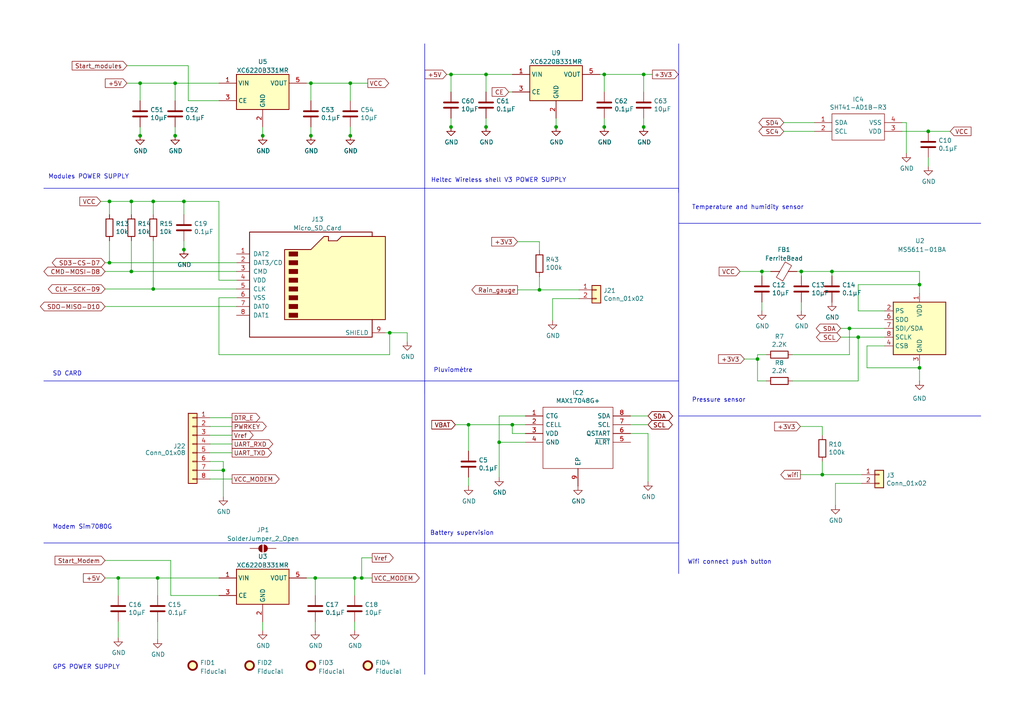
<source format=kicad_sch>
(kicad_sch (version 20231120) (generator "eeschema") (generator_version "8.0")
  (paper "A4")
  (title_block (title "Open_beehive_scale_board") (date "2023-01-13") (rev "V0.4") (company "Ratamuse"))
  (lib_symbols
    (symbol "Connector:Micro_SD_Card" (pin_names (offset 1.016))
      (property "Reference" "J" (at -16.51 15.24 0))
      (property "Value" "Micro_SD_Card" (at 16.51 15.24 0))
      (symbol "Micro_SD_Card_0_1"
        (rectangle (start -7.62 -9.525) (end -5.08 -10.795) (fill (type outline)))
        (rectangle (start -7.62 -6.985) (end -5.08 -8.255) (fill (type outline)))
        (rectangle (start -7.62 -4.445) (end -5.08 -5.715) (fill (type outline)))
        (rectangle (start -7.62 -1.905) (end -5.08 -3.175) (fill (type outline)))
        (rectangle (start -7.62 0.635) (end -5.08 -0.635) (fill (type outline)))
        (rectangle (start -7.62 3.175) (end -5.08 1.905) (fill (type outline)))
        (rectangle (start -7.62 5.715) (end -5.08 4.445) (fill (type outline)))
        (rectangle (start -7.62 8.255) (end -5.08 6.985) (fill (type outline)))
        (polyline (pts (xy 16.51 12.7) (xy 16.51 13.97) (xy -19.05 13.97) (xy -19.05 -16.51) (xy 16.51 -16.51) (xy 16.51 -11.43)) (stroke (width 0.254)))
        (polyline (pts (xy -8.89 -11.43) (xy -8.89 8.89) (xy -1.27 8.89) (xy 2.54 12.7) (xy 3.81 12.7) (xy 3.81 11.43) (xy 6.35 11.43) (xy 7.62 12.7) (xy 20.32 12.7) (xy 20.32 -11.43) (xy -8.89 -11.43)) (stroke (width 0.254)) (fill (type background)))
      )
      (symbol "Micro_SD_Card_1_1"
        (pin bidirectional line (at -22.86 7.62 0) (length 3.81) (name "DAT2") (number "1"))
        (pin bidirectional line (at -22.86 5.08 0) (length 3.81) (name "DAT3/CD") (number "2"))
        (pin input line (at -22.86 2.54 0) (length 3.81) (name "CMD") (number "3"))
        (pin power_in line (at -22.86 0 0) (length 3.81) (name "VDD") (number "4"))
        (pin input line (at -22.86 -2.54 0) (length 3.81) (name "CLK") (number "5"))
        (pin power_in line (at -22.86 -5.08 0) (length 3.81) (name "VSS") (number "6"))
        (pin bidirectional line (at -22.86 -7.62 0) (length 3.81) (name "DAT0") (number "7"))
        (pin bidirectional line (at -22.86 -10.16 0) (length 3.81) (name "DAT1") (number "8"))
        (pin passive line (at 20.32 -15.24 180) (length 3.81) (name "SHIELD") (number "9"))
      )
    )
    (symbol "Connector_Generic:Conn_01x02" (pin_names (offset 1.016) hide)
      (property "Reference" "J" (at 0 2.54 0))
      (property "Value" "Conn_01x02" (at 0 -5.08 0))
      (symbol "Conn_01x02_1_1"
        (rectangle (start -1.27 -2.413) (end 0 -2.667) (stroke (width 0.1524)))
        (rectangle (start -1.27 0.127) (end 0 -0.127) (stroke (width 0.1524)))
        (rectangle (start -1.27 1.27) (end 1.27 -3.81) (stroke (width 0.254)) (fill (type background)))
        (pin passive line (at -5.08 0 0) (length 3.81) (name "Pin_1") (number "1"))
        (pin passive line (at -5.08 -2.54 0) (length 3.81) (name "Pin_2") (number "2"))
      )
    )
    (symbol "Connector_Generic:Conn_01x08" (pin_names (offset 1.016) hide)
      (property "Reference" "J" (at 0 10.16 0))
      (property "Value" "Conn_01x08" (at 0 -12.7 0))
      (symbol "Conn_01x08_1_1"
        (rectangle (start -1.27 -10.033) (end 0 -10.287) (stroke (width 0.1524)))
        (rectangle (start -1.27 -7.493) (end 0 -7.747) (stroke (width 0.1524)))
        (rectangle (start -1.27 -4.953) (end 0 -5.207) (stroke (width 0.1524)))
        (rectangle (start -1.27 -2.413) (end 0 -2.667) (stroke (width 0.1524)))
        (rectangle (start -1.27 0.127) (end 0 -0.127) (stroke (width 0.1524)))
        (rectangle (start -1.27 2.667) (end 0 2.413) (stroke (width 0.1524)))
        (rectangle (start -1.27 5.207) (end 0 4.953) (stroke (width 0.1524)))
        (rectangle (start -1.27 7.747) (end 0 7.493) (stroke (width 0.1524)))
        (rectangle (start -1.27 8.89) (end 1.27 -11.43) (stroke (width 0.254)) (fill (type background)))
        (pin passive line (at -5.08 7.62 0) (length 3.81) (name "Pin_1") (number "1"))
        (pin passive line (at -5.08 5.08 0) (length 3.81) (name "Pin_2") (number "2"))
        (pin passive line (at -5.08 2.54 0) (length 3.81) (name "Pin_3") (number "3"))
        (pin passive line (at -5.08 0 0) (length 3.81) (name "Pin_4") (number "4"))
        (pin passive line (at -5.08 -2.54 0) (length 3.81) (name "Pin_5") (number "5"))
        (pin passive line (at -5.08 -5.08 0) (length 3.81) (name "Pin_6") (number "6"))
        (pin passive line (at -5.08 -7.62 0) (length 3.81) (name "Pin_7") (number "7"))
        (pin passive line (at -5.08 -10.16 0) (length 3.81) (name "Pin_8") (number "8"))
      )
    )
    (symbol "Device:C" (pin_numbers hide) (pin_names (offset 0.254))
      (property "Reference" "C" (at 0.635 2.54 0))
      (property "Value" "C" (at 0.635 -2.54 0))
      (symbol "C_0_1"
        (polyline (pts (xy -2.032 -0.762) (xy 2.032 -0.762)) (stroke (width 0.508)))
        (polyline (pts (xy -2.032 0.762) (xy 2.032 0.762)) (stroke (width 0.508)))
      )
      (symbol "C_1_1"
        (pin passive line (at 0 3.81 270) (length 2.794) (name "~") (number "1"))
        (pin passive line (at 0 -3.81 90) (length 2.794) (name "~") (number "2"))
      )
    )
    (symbol "Device:FerriteBead" (pin_numbers hide) (pin_names (offset 0))
      (property "Reference" "FB" (at -3.81 0.635 90))
      (property "Value" "FerriteBead" (at 3.81 0 90))
      (symbol "FerriteBead_0_1"
        (polyline (pts (xy 0 -1.27) (xy 0 -1.2192)))
        (polyline (pts (xy 0 1.27) (xy 0 1.2954)))
        (polyline (pts (xy -2.7686 0.4064) (xy -1.7018 2.2606) (xy 2.7686 -0.3048) (xy 1.6764 -2.159) (xy -2.7686 0.4064)))
      )
      (symbol "FerriteBead_1_1"
        (pin passive line (at 0 3.81 270) (length 2.54) (name "~") (number "1"))
        (pin passive line (at 0 -3.81 90) (length 2.54) (name "~") (number "2"))
      )
    )
    (symbol "Device:R" (pin_numbers hide) (pin_names (offset 0))
      (property "Reference" "R" (at 2.032 0 90))
      (property "Value" "R" (at 0 0 90))
      (symbol "R_0_1"
        (rectangle (start -1.016 -2.54) (end 1.016 2.54) (stroke (width 0.254)))
      )
      (symbol "R_1_1"
        (pin passive line (at 0 3.81 270) (length 1.27) (name "~") (number "1"))
        (pin passive line (at 0 -3.81 90) (length 1.27) (name "~") (number "2"))
      )
    )
    (symbol "Jumper:SolderJumper_2_Open" (pin_numbers hide) (pin_names (offset 0) hide) (exclude_from_sim yes) (in_bom no)
      (property "Reference" "JP" (at 0 2.032 0))
      (property "Value" "SolderJumper_2_Open" (at 0 -2.54 0))
      (symbol "SolderJumper_2_Open_0_1"
        (arc (start -0.254 1.016) (mid -1.2656 0) (end -0.254 -1.016))
        (arc (start -0.254 1.016) (mid -1.2656 0) (end -0.254 -1.016) (fill (type outline)))
        (polyline (pts (xy -0.254 1.016) (xy -0.254 -1.016)))
        (polyline (pts (xy 0.254 1.016) (xy 0.254 -1.016)))
        (arc (start 0.254 -1.016) (mid 1.2656 0) (end 0.254 1.016))
        (arc (start 0.254 -1.016) (mid 1.2656 0) (end 0.254 1.016) (fill (type outline)))
      )
      (symbol "SolderJumper_2_Open_1_1"
        (pin passive line (at -3.81 0 0) (length 2.54) (name "A") (number "1"))
        (pin passive line (at 3.81 0 180) (length 2.54) (name "B") (number "2"))
      )
    )
    (symbol "MAX17048G+:MAX17048G+" (pin_names (offset 0.762))
      (property "Reference" "IC" (at 26.67 7.62 0))
      (property "Value" "MAX17048G+" (at 26.67 5.08 0))
      (symbol "MAX17048G+_0_0"
        (pin passive line (at 0 0 0) (length 5.08) (name "CTG") (number "1"))
        (pin passive line (at 0 -2.54 0) (length 5.08) (name "CELL") (number "2"))
        (pin passive line (at 0 -5.08 0) (length 5.08) (name "VDD") (number "3"))
        (pin passive line (at 0 -7.62 0) (length 5.08) (name "GND") (number "4"))
        (pin passive line (at 30.48 -7.62 180) (length 5.08) (name "~{ALRT}") (number "5"))
        (pin passive line (at 30.48 -5.08 180) (length 5.08) (name "QSTART") (number "6"))
        (pin passive line (at 30.48 -2.54 180) (length 5.08) (name "SCL") (number "7"))
        (pin passive line (at 30.48 0 180) (length 5.08) (name "SDA") (number "8"))
        (pin passive line (at 15.24 -20.32 90) (length 5.08) (name "EP") (number "9"))
      )
      (symbol "MAX17048G+_0_1"
        (polyline (pts (xy 5.08 2.54) (xy 25.4 2.54) (xy 25.4 -15.24) (xy 5.08 -15.24) (xy 5.08 2.54)) (stroke (width 0.1524)))
      )
    )
    (symbol "Mechanical:Fiducial"
      (property "Reference" "FID" (at 0 5.08 0))
      (property "Value" "Fiducial" (at 0 3.175 0))
      (symbol "Fiducial_0_1"
        (circle (center 0 0) (radius 1.27) (stroke (width 0.508)) (fill (type background)))
      )
    )
    (symbol "Regulator_Linear:XC6220B331MR"
      (property "Reference" "U" (at 0 8.89 0))
      (property "Value" "XC6220B331MR" (at 0 6.35 0))
      (symbol "XC6220B331MR_0_1"
        (rectangle (start -7.62 5.08) (end 7.62 -5.08) (stroke (width 0.254)) (fill (type background)))
      )
      (symbol "XC6220B331MR_1_1"
        (pin power_in line (at -12.7 2.54 0) (length 5.08) (name "VIN") (number "1"))
        (pin power_in line (at 0 -10.16 90) (length 5.08) (name "GND") (number "2"))
        (pin input line (at -12.7 -2.54 0) (length 5.08) (name "CE") (number "3"))
        (pin no_connect line (at 12.7 -2.54 180) (length 5.08) hide (name "NC") (number "4"))
        (pin power_out line (at 12.7 2.54 180) (length 5.08) (name "VOUT") (number "5"))
      )
    )
    (symbol "SHT41-AD1B-R3:SHT41-AD1B-R3" (pin_names (offset 0.762))
      (property "Reference" "IC" (at 21.59 7.62 0))
      (property "Value" "SHT41-AD1B-R3" (at 21.59 5.08 0))
      (symbol "SHT41-AD1B-R3_0_0"
        (pin passive line (at 0 0 0) (length 5.08) (name "SDA") (number "1"))
        (pin passive line (at 0 -2.54 0) (length 5.08) (name "SCL") (number "2"))
        (pin passive line (at 25.4 -2.54 180) (length 5.08) (name "VDD") (number "3"))
        (pin passive line (at 25.4 0 180) (length 5.08) (name "VSS") (number "4"))
      )
      (symbol "SHT41-AD1B-R3_0_1"
        (polyline (pts (xy 5.08 2.54) (xy 20.32 2.54) (xy 20.32 -5.08) (xy 5.08 -5.08) (xy 5.08 2.54)) (stroke (width 0.1524)))
      )
    )
    (symbol "Sensor_Pressure:MS5611-01BA"
      (property "Reference" "U" (at -6.35 8.89 0))
      (property "Value" "MS5611-01BA" (at 7.62 8.89 0))
      (symbol "MS5611-01BA_0_1"
        (rectangle (start -7.62 7.62) (end 7.62 -7.62) (stroke (width 0.254)) (fill (type background)))
      )
      (symbol "MS5611-01BA_1_1"
        (pin power_in line (at 0 10.16 270) (length 2.54) (name "VDD") (number "1"))
        (pin input line (at -10.16 5.08 0) (length 2.54) (name "PS") (number "2"))
        (pin power_in line (at 0 -10.16 90) (length 2.54) (name "GND") (number "3"))
        (pin input line (at -10.16 -5.08 0) (length 2.54) (name "CSB") (number "4"))
        (pin input line (at -10.16 -5.08 0) (length 2.54) hide (name "CSB") (number "5"))
        (pin output line (at -10.16 2.54 0) (length 2.54) (name "SDO") (number "6"))
        (pin bidirectional line (at -10.16 0 0) (length 2.54) (name "SDI/SDA") (number "7"))
        (pin input line (at -10.16 -2.54 0) (length 2.54) (name "SCLK") (number "8"))
      )
    )
    (symbol "power:GND" (power) (pin_names (offset 0))
      (property "Value" "GND" (at 0 -3.81 0))
      (symbol "GND_0_1"
        (polyline (pts (xy 0 0) (xy 0 -1.27) (xy 1.27 -1.27) (xy 0 -2.54) (xy -1.27 -1.27) (xy 0 -1.27)))
      )
      (symbol "GND_1_1"
        (pin power_in line (at 0 0 270) (length 0) hide (name "GND") (number "1"))
      )
    )
  )
  (junction (at 269.24 38.1))
  (junction (at 219.71 104.14))
  (junction (at 144.78 128.27))
  (junction (at 140.97 36.83))
  (junction (at 130.81 36.83))
  (junction (at 238.506 137.668))
  (junction (at 175.26 36.83))
  (junction (at 186.69 21.59))
  (junction (at 31.75 58.42))
  (junction (at 161.29 36.83))
  (junction (at 104.902 167.64))
  (junction (at 76.2 39.37))
  (junction (at 101.6 24.13))
  (junction (at 38.1 78.74))
  (junction (at 40.64 39.37))
  (junction (at 135.89 123.19))
  (junction (at 186.69 36.83))
  (junction (at 38.1 58.42))
  (junction (at 148.59 123.19))
  (junction (at 91.44 167.64))
  (junction (at 50.8 24.13))
  (junction (at 34.29 167.64))
  (junction (at 44.45 58.42))
  (junction (at 130.81 21.59))
  (junction (at 102.87 167.64))
  (junction (at 31.75 76.2))
  (junction (at 232.41 78.74))
  (junction (at 64.77 136.398))
  (junction (at 140.97 21.59))
  (junction (at 248.92 97.79))
  (junction (at 90.17 39.37))
  (junction (at 45.72 167.64))
  (junction (at 53.34 72.39))
  (junction (at 156.464 84.074))
  (junction (at 246.38 95.25))
  (junction (at 50.8 39.37))
  (junction (at 220.98 78.74))
  (junction (at 241.3 78.74))
  (junction (at 53.34 58.42))
  (junction (at 90.17 24.13))
  (junction (at 101.6 39.37))
  (junction (at 266.7 106.68))
  (junction (at 175.26 21.59))
  (junction (at 44.45 83.82))
  (junction (at 40.64 24.13))
  (junction (at 266.7 82.55))
  (junction (at 113.03 96.52))
  (wire (pts (xy 156.464 84.074) (xy 156.464 80.264)))
  (wire (pts (xy 135.89 138.43) (xy 135.89 140.97)))
  (wire (pts (xy 219.71 104.14) (xy 215.9 104.14)))
  (wire (pts (xy 219.71 102.87) (xy 222.25 102.87)))
  (wire (pts (xy 269.24 45.72) (xy 269.24 48.26)))
  (wire (pts (xy 63.5 58.42) (xy 63.5 81.28)))
  (wire (pts (xy 40.64 24.13) (xy 50.8 24.13)))
  (wire (pts (xy 229.87 102.87) (xy 246.38 102.87)))
  (wire (pts (xy 113.03 96.52) (xy 118.11 96.52)))
  (wire (pts (xy 45.72 172.72) (xy 45.72 167.64)))
  (wire (pts (xy 60.96 126.238) (xy 67.31 126.238)))
  (wire (pts (xy 101.6 24.13) (xy 106.68 24.13)))
  (wire (pts (xy 261.62 35.56) (xy 262.89 35.56)))
  (wire (pts (xy 38.1 58.42) (xy 38.1 62.23)))
  (wire (pts (xy 161.29 34.29) (xy 161.29 36.83)))
  (wire (pts (xy 31.75 58.42) (xy 38.1 58.42)))
  (wire (pts (xy 156.464 72.644) (xy 156.464 70.104)))
  (wire (pts (xy 31.75 69.85) (xy 31.75 76.2)))
  (wire (pts (xy 102.87 167.64) (xy 104.902 167.64)))
  (wire (pts (xy 227.33 38.1) (xy 236.22 38.1)))
  (wire (pts (xy 130.81 21.59) (xy 140.97 21.59)))
  (wire (pts (xy 219.71 104.14) (xy 219.71 102.87)))
  (wire (pts (xy 232.41 87.63) (xy 232.41 90.17)))
  (wire (pts (xy 54.61 29.21) (xy 54.61 19.05)))
  (wire (pts (xy 248.92 97.79) (xy 256.54 97.79)))
  (wire (pts (xy 167.894 84.074) (xy 156.464 84.074)))
  (polyline (pts (xy 123.19 110.49) (xy 123.19 114.3)))
  (polyline (pts (xy 196.85 12.7) (xy 196.85 64.77)))
  (wire (pts (xy 175.26 21.59) (xy 186.69 21.59)))
  (wire (pts (xy 129.54 21.59) (xy 130.81 21.59)))
  (wire (pts (xy 251.46 100.33) (xy 251.46 106.68)))
  (wire (pts (xy 44.45 69.85) (xy 44.45 83.82)))
  (wire (pts (xy 30.48 83.82) (xy 44.45 83.82)))
  (wire (pts (xy 44.45 58.42) (xy 44.45 62.23)))
  (wire (pts (xy 91.44 180.34) (xy 91.44 182.88)))
  (wire (pts (xy 175.26 26.67) (xy 175.26 21.59)))
  (wire (pts (xy 214.63 78.74) (xy 220.98 78.74)))
  (wire (pts (xy 60.96 133.858) (xy 64.77 133.858)))
  (wire (pts (xy 269.24 38.1) (xy 261.62 38.1)))
  (wire (pts (xy 63.5 102.87) (xy 113.03 102.87)))
  (wire (pts (xy 101.6 29.21) (xy 101.6 24.13)))
  (wire (pts (xy 36.83 19.05) (xy 54.61 19.05)))
  (wire (pts (xy 50.8 29.21) (xy 50.8 24.13)))
  (wire (pts (xy 118.11 96.52) (xy 118.11 99.06)))
  (wire (pts (xy 60.96 136.398) (xy 64.77 136.398)))
  (wire (pts (xy 135.89 123.19) (xy 135.89 130.81)))
  (wire (pts (xy 220.98 78.74) (xy 223.52 78.74)))
  (wire (pts (xy 148.59 125.73) (xy 152.4 125.73)))
  (polyline (pts (xy 123.19 54.61) (xy 196.85 54.61)))
  (wire (pts (xy 54.61 29.21) (xy 63.5 29.21)))
  (wire (pts (xy 182.88 123.19) (xy 187.96 123.19)))
  (wire (pts (xy 29.21 58.42) (xy 31.75 58.42)))
  (wire (pts (xy 140.97 26.67) (xy 140.97 21.59)))
  (wire (pts (xy 266.7 82.55) (xy 266.7 78.74)))
  (wire (pts (xy 148.59 123.19) (xy 152.4 123.19)))
  (wire (pts (xy 38.1 78.74) (xy 68.58 78.74)))
  (wire (pts (xy 44.45 58.42) (xy 53.34 58.42)))
  (wire (pts (xy 243.84 97.79) (xy 248.92 97.79)))
  (wire (pts (xy 186.69 34.29) (xy 186.69 36.83)))
  (wire (pts (xy 30.48 88.9) (xy 68.58 88.9)))
  (wire (pts (xy 220.98 80.01) (xy 220.98 78.74)))
  (wire (pts (xy 68.58 86.36) (xy 63.5 86.36)))
  (wire (pts (xy 186.69 21.59) (xy 189.23 21.59)))
  (wire (pts (xy 60.96 138.938) (xy 67.31 138.938)))
  (wire (pts (xy 38.1 58.42) (xy 44.45 58.42)))
  (wire (pts (xy 256.54 100.33) (xy 251.46 100.33)))
  (wire (pts (xy 248.92 90.17) (xy 256.54 90.17)))
  (wire (pts (xy 45.72 180.34) (xy 45.72 185.42)))
  (wire (pts (xy 91.44 172.72) (xy 91.44 167.64)))
  (polyline (pts (xy 12.7 157.48) (xy 123.19 157.48)))
  (wire (pts (xy 64.77 136.398) (xy 64.77 144.018)))
  (wire (pts (xy 238.506 137.668) (xy 232.156 137.668)))
  (wire (pts (xy 60.96 121.158) (xy 67.31 121.158)))
  (wire (pts (xy 30.48 78.74) (xy 38.1 78.74)))
  (polyline (pts (xy 196.85 54.61) (xy 196.85 55.88)))
  (wire (pts (xy 266.7 105.41) (xy 266.7 106.68)))
  (wire (pts (xy 144.78 128.27) (xy 144.78 138.43)))
  (wire (pts (xy 248.92 110.49) (xy 248.92 97.79)))
  (wire (pts (xy 269.24 38.1) (xy 275.59 38.1)))
  (wire (pts (xy 76.2 36.83) (xy 76.2 39.37)))
  (wire (pts (xy 91.44 167.64) (xy 102.87 167.64)))
  (wire (pts (xy 242.316 140.208) (xy 242.316 146.558)))
  (wire (pts (xy 34.29 172.72) (xy 34.29 167.64)))
  (wire (pts (xy 167.894 86.614) (xy 160.274 86.614)))
  (wire (pts (xy 140.97 34.29) (xy 140.97 36.83)))
  (wire (pts (xy 45.72 167.64) (xy 63.5 167.64)))
  (wire (pts (xy 31.75 76.2) (xy 68.58 76.2)))
  (wire (pts (xy 246.38 95.25) (xy 256.54 95.25)))
  (wire (pts (xy 111.76 96.52) (xy 113.03 96.52)))
  (wire (pts (xy 135.89 123.19) (xy 148.59 123.19)))
  (wire (pts (xy 175.26 34.29) (xy 175.26 36.83)))
  (wire (pts (xy 238.506 123.698) (xy 232.156 123.698)))
  (wire (pts (xy 249.936 140.208) (xy 242.316 140.208)))
  (wire (pts (xy 182.88 125.73) (xy 187.96 125.73)))
  (wire (pts (xy 243.84 95.25) (xy 246.38 95.25)))
  (wire (pts (xy 173.99 21.59) (xy 175.26 21.59)))
  (polyline (pts (xy 12.7 110.49) (xy 123.19 110.49)))
  (wire (pts (xy 248.92 82.55) (xy 248.92 90.17)))
  (wire (pts (xy 241.3 78.74) (xy 266.7 78.74)))
  (polyline (pts (xy 196.85 64.77) (xy 196.85 120.65)))
  (wire (pts (xy 222.25 110.49) (xy 219.71 110.49)))
  (wire (pts (xy 44.45 83.82) (xy 68.58 83.82)))
  (polyline (pts (xy 196.85 64.77) (xy 284.48 64.77)))
  (wire (pts (xy 148.59 123.19) (xy 148.59 125.73)))
  (wire (pts (xy 241.3 78.74) (xy 241.3 80.01)))
  (wire (pts (xy 152.4 120.65) (xy 144.78 120.65)))
  (wire (pts (xy 88.9 167.64) (xy 91.44 167.64)))
  (wire (pts (xy 227.33 35.56) (xy 236.22 35.56)))
  (wire (pts (xy 50.8 36.83) (xy 50.8 39.37)))
  (wire (pts (xy 104.902 161.798) (xy 107.95 161.798)))
  (wire (pts (xy 251.46 106.68) (xy 266.7 106.68)))
  (polyline (pts (xy 123.19 110.49) (xy 196.85 110.49)))
  (wire (pts (xy 266.7 82.55) (xy 248.92 82.55)))
  (wire (pts (xy 34.29 180.34) (xy 34.29 184.912)))
  (polyline (pts (xy 12.7 54.61) (xy 123.19 54.61)))
  (wire (pts (xy 220.98 87.63) (xy 220.98 90.17)))
  (wire (pts (xy 160.274 86.614) (xy 160.274 92.964)))
  (wire (pts (xy 130.81 26.67) (xy 130.81 21.59)))
  (wire (pts (xy 36.83 24.13) (xy 40.64 24.13)))
  (wire (pts (xy 187.96 125.73) (xy 187.96 139.7)))
  (wire (pts (xy 238.506 126.238) (xy 238.506 123.698)))
  (wire (pts (xy 53.34 69.85) (xy 53.34 72.39)))
  (wire (pts (xy 229.87 110.49) (xy 248.92 110.49)))
  (wire (pts (xy 238.506 137.668) (xy 238.506 133.858)))
  (wire (pts (xy 219.71 110.49) (xy 219.71 104.14)))
  (wire (pts (xy 232.41 78.74) (xy 241.3 78.74)))
  (wire (pts (xy 249.936 137.668) (xy 238.506 137.668)))
  (wire (pts (xy 90.17 29.21) (xy 90.17 24.13)))
  (wire (pts (xy 76.2 180.34) (xy 76.2 182.88)))
  (wire (pts (xy 30.48 162.56) (xy 49.53 162.56)))
  (wire (pts (xy 30.48 76.2) (xy 31.75 76.2)))
  (wire (pts (xy 34.29 167.64) (xy 45.72 167.64)))
  (wire (pts (xy 152.4 128.27) (xy 144.78 128.27)))
  (wire (pts (xy 63.5 81.28) (xy 68.58 81.28)))
  (wire (pts (xy 101.6 36.83) (xy 101.6 39.37)))
  (wire (pts (xy 147.574 26.67) (xy 148.59 26.67)))
  (polyline (pts (xy 196.85 120.65) (xy 284.48 120.65)))
  (wire (pts (xy 262.89 35.56) (xy 262.89 44.45)))
  (polyline (pts (xy 123.19 157.48) (xy 196.85 157.48)))
  (wire (pts (xy 266.7 106.68) (xy 266.7 110.49)))
  (wire (pts (xy 156.464 84.074) (xy 150.114 84.074)))
  (wire (pts (xy 246.38 102.87) (xy 246.38 95.25)))
  (polyline (pts (xy 196.85 120.65) (xy 196.85 166.37)))
  (wire (pts (xy 186.69 26.67) (xy 186.69 21.59)))
  (wire (pts (xy 90.17 36.83) (xy 90.17 39.37)))
  (wire (pts (xy 130.81 34.29) (xy 130.81 36.83)))
  (wire (pts (xy 60.96 128.778) (xy 67.31 128.778)))
  (wire (pts (xy 90.17 24.13) (xy 101.6 24.13)))
  (wire (pts (xy 232.41 78.74) (xy 232.41 80.01)))
  (wire (pts (xy 50.8 24.13) (xy 63.5 24.13)))
  (wire (pts (xy 266.7 85.09) (xy 266.7 82.55)))
  (wire (pts (xy 40.64 29.21) (xy 40.64 24.13)))
  (wire (pts (xy 63.5 86.36) (xy 63.5 102.87)))
  (wire (pts (xy 132.08 123.19) (xy 135.89 123.19)))
  (wire (pts (xy 60.96 131.318) (xy 67.31 131.318)))
  (wire (pts (xy 38.1 69.85) (xy 38.1 78.74)))
  (wire (pts (xy 144.78 120.65) (xy 144.78 128.27)))
  (wire (pts (xy 104.902 167.64) (xy 107.95 167.64)))
  (wire (pts (xy 53.34 58.42) (xy 63.5 58.42)))
  (wire (pts (xy 231.14 78.74) (xy 232.41 78.74)))
  (wire (pts (xy 156.464 70.104) (xy 150.114 70.104)))
  (wire (pts (xy 113.03 102.87) (xy 113.03 96.52)))
  (wire (pts (xy 31.75 58.42) (xy 31.75 62.23)))
  (wire (pts (xy 88.9 24.13) (xy 90.17 24.13)))
  (wire (pts (xy 53.34 58.42) (xy 53.34 62.23)))
  (wire (pts (xy 102.87 180.34) (xy 102.87 182.88)))
  (wire (pts (xy 49.53 172.72) (xy 63.5 172.72)))
  (wire (pts (xy 60.96 123.698) (xy 67.31 123.698)))
  (wire (pts (xy 182.88 120.65) (xy 187.96 120.65)))
  (wire (pts (xy 30.48 167.64) (xy 34.29 167.64)))
  (polyline (pts (xy 123.19 12.7) (xy 123.19 195.58)))
  (wire (pts (xy 104.902 161.798) (xy 104.902 167.64)))
  (wire (pts (xy 102.87 172.72) (xy 102.87 167.64)))
  (wire (pts (xy 40.64 36.83) (xy 40.64 39.37)))
  (wire (pts (xy 140.97 21.59) (xy 148.59 21.59)))
  (wire (pts (xy 64.77 133.858) (xy 64.77 136.398)))
  (wire (pts (xy 49.53 172.72) (xy 49.53 162.56)))
  (text "SD CARD" (at 15.24 109.22 0) (effects (font (size 1.27 1.27)) (justify left bottom)))
  (text "Pluviomètre" (at 125.73 108.204 0) (effects (font (size 1.27 1.27)) (justify left bottom)))
  (text "Modem Sim7080G" (at 15.24 153.67 0) (effects (font (size 1.27 1.27)) (justify left bottom)))
  (text "Battery supervision\n" (at 124.714 155.448 0) (effects (font (size 1.27 1.27)) (justify left bottom)))
  (text "Heltec Wireless shell V3 POWER SUPPLY" (at 124.968 53.086 0) (effects (font (size 1.27 1.27)) (justify left bottom)))
  (text "Wifi connect push button" (at 199.39 163.83 0) (effects (font (size 1.27 1.27)) (justify left bottom)))
  (text "Temperature and humidity sensor\n" (at 200.66 60.96 0) (effects (font (size 1.27 1.27)) (justify left bottom)))
  (text "Pressure sensor" (at 200.66 116.84 0) (effects (font (size 1.27 1.27)) (justify left bottom)))
  (text "Modules POWER SUPPLY" (at 13.97 52.07 0) (effects (font (size 1.27 1.27)) (justify left bottom)))
  (text "GPS POWER SUPPLY" (at 15.24 194.31 0) (effects (font (size 1.27 1.27)) (justify left bottom)))
  (global_label "VCC" (shape input) (at 29.21 58.42 180) (property "Intersheetrefs" "${INTERSHEET_REFS}" (effects (hide yes))))
  (global_label "+3V3" (shape input) (at 150.114 70.104 180) (property "Intersheetrefs" "${INTERSHEET_REFS}" (effects (hide yes))))
  (global_label "Rain_gauge" (shape output) (at 150.114 84.074 180) (property "Intersheetrefs" "${INTERSHEET_REFS}" (effects (hide yes))))
  (global_label "SDA" (shape bidirectional) (at 187.96 120.65 0) (property "Intersheetrefs" "${INTERSHEET_REFS}" (effects (hide yes))))
  (global_label "DTR_E" (shape output) (at 67.31 121.158 0) (property "Intersheetrefs" "${INTERSHEET_REFS}" (effects (hide yes))))
  (global_label "Start_Modem" (shape input) (at 30.48 162.56 180) (property "Intersheetrefs" "${INTERSHEET_REFS}" (effects (hide yes))))
  (global_label "VCC_MODEM" (shape output) (at 67.31 138.938 0) (property "Intersheetrefs" "${INTERSHEET_REFS}" (effects (hide yes))))
  (global_label "SCL" (shape bidirectional) (at 187.96 123.19 0) (property "Intersheetrefs" "${INTERSHEET_REFS}" (effects (hide yes))))
  (global_label "VCC" (shape input) (at 214.63 78.74 180) (property "Intersheetrefs" "${INTERSHEET_REFS}" (effects (hide yes))))
  (global_label "+3V3" (shape input) (at 232.156 123.698 180) (property "Intersheetrefs" "${INTERSHEET_REFS}" (effects (hide yes))))
  (global_label "Vref" (shape output) (at 107.95 161.798 0) (property "Intersheetrefs" "${INTERSHEET_REFS}" (effects (hide yes))))
  (global_label "SDA" (shape bidirectional) (at 243.84 95.25 180) (property "Intersheetrefs" "${INTERSHEET_REFS}" (effects (hide yes))))
  (global_label "SD3-CS-D7" (shape bidirectional) (at 30.48 76.2 180) (property "Intersheetrefs" "${INTERSHEET_REFS}" (effects (hide yes))))
  (global_label "+3V3" (shape input) (at 215.9 104.14 180) (property "Intersheetrefs" "${INTERSHEET_REFS}" (effects (hide yes))))
  (global_label "SC4" (shape bidirectional) (at 227.33 38.1 180) (property "Intersheetrefs" "${INTERSHEET_REFS}" (effects (hide yes))))
  (global_label "CLK-SCK-D9" (shape bidirectional) (at 30.48 83.82 180) (property "Intersheetrefs" "${INTERSHEET_REFS}" (effects (hide yes))))
  (global_label "+5V" (shape input) (at 36.83 24.13 180) (property "Intersheetrefs" "${INTERSHEET_REFS}" (effects (hide yes))))
  (global_label "SCL" (shape bidirectional) (at 187.96 123.19 0) (property "Intersheetrefs" "${INTERSHEET_REFS}" (effects (hide yes))))
  (global_label "VCC_MODEM" (shape output) (at 107.95 167.64 0) (property "Intersheetrefs" "${INTERSHEET_REFS}" (effects (hide yes))))
  (global_label "Start_modules" (shape input) (at 36.83 19.05 180) (property "Intersheetrefs" "${INTERSHEET_REFS}" (effects (hide yes))))
  (global_label "SD4" (shape bidirectional) (at 227.33 35.56 180) (property "Intersheetrefs" "${INTERSHEET_REFS}" (effects (hide yes))))
  (global_label "+5V" (shape input) (at 30.48 167.64 180) (property "Intersheetrefs" "${INTERSHEET_REFS}" (effects (hide yes))))
  (global_label "CE" (shape input) (at 147.574 26.67 180) (property "Intersheetrefs" "${INTERSHEET_REFS}" (effects (hide yes))))
  (global_label "PWRKEY" (shape output) (at 67.31 123.698 0) (property "Intersheetrefs" "${INTERSHEET_REFS}" (effects (hide yes))))
  (global_label "UART_TXD" (shape output) (at 67.31 131.318 0) (property "Intersheetrefs" "${INTERSHEET_REFS}" (effects (hide yes))))
  (global_label "+3V3" (shape output) (at 189.23 21.59 0) (property "Intersheetrefs" "${INTERSHEET_REFS}" (effects (hide yes))))
  (global_label "VCC" (shape input) (at 275.59 38.1 0) (property "Intersheetrefs" "${INTERSHEET_REFS}" (effects (hide yes))))
  (global_label "Vref" (shape output) (at 67.31 126.238 0) (property "Intersheetrefs" "${INTERSHEET_REFS}" (effects (hide yes))))
  (global_label "SDA" (shape bidirectional) (at 187.96 120.65 0) (property "Intersheetrefs" "${INTERSHEET_REFS}" (effects (hide yes))))
  (global_label "UART_RXD" (shape output) (at 67.31 128.778 0) (property "Intersheetrefs" "${INTERSHEET_REFS}" (effects (hide yes))))
  (global_label "wifi" (shape output) (at 232.156 137.668 180) (property "Intersheetrefs" "${INTERSHEET_REFS}" (effects (hide yes))))
  (global_label "VBAT" (shape input) (at 132.08 123.19 180) (property "Intersheetrefs" "${INTERSHEET_REFS}" (effects (hide yes))))
  (global_label "+5V" (shape input) (at 129.54 21.59 180) (property "Intersheetrefs" "${INTERSHEET_REFS}" (effects (hide yes))))
  (global_label "CMD-MOSI-D8" (shape bidirectional) (at 30.48 78.74 180) (property "Intersheetrefs" "${INTERSHEET_REFS}" (effects (hide yes))))
  (global_label "SDO-MISO-D10" (shape bidirectional) (at 30.48 88.9 180) (property "Intersheetrefs" "${INTERSHEET_REFS}" (effects (hide yes))))
  (global_label "SCL" (shape bidirectional) (at 243.84 97.79 180) (property "Intersheetrefs" "${INTERSHEET_REFS}" (effects (hide yes))))
  (global_label "VCC" (shape output) (at 106.68 24.13 0) (property "Intersheetrefs" "${INTERSHEET_REFS}" (effects (hide yes))))
  (global_label "VBAT" (shape input) (at 132.08 123.19 180) (property "Intersheetrefs" "${INTERSHEET_REFS}" (effects (hide yes))))
  (symbol (lib_id "power:GND") (at 242.316 146.558 0) (unit 1)
    (property "Reference" "#PWR0126" (effects (hide yes)))
    (property "Value" "GND" (at 242.443 150.9522 0))
  )
  (symbol (lib_id "Device:R") (at 238.506 130.048 0) (unit 1)
    (property "Reference" "R10" (at 240.284 128.8796 0) (effects (justify left)))
    (property "Value" "100k" (at 240.284 131.191 0) (effects (justify left)))
    (property "Footprint" "Resistor_SMD:R_0603_1608Metric" (effects (hide yes)))
  )
  (symbol (lib_id "MAX17048G+:MAX17048G+") (at 152.4 120.65 0) (unit 1)
    (property "Reference" "IC2" (at 167.64 113.919 0))
    (property "Value" "MAX17048G+" (at 167.64 116.2304 0))
    (property "Footprint" "Empreintes:SON50P200X200X80-9N-D" (effects (hide yes)))
    (property "Datasheet" "https://datasheets.maximintegrated.com/en/ds/MAX17048-MAX17049.pdf" (effects (hide yes)))
    (property "Description" "3uA 1-Cell/2-Cell Fuel Gauge with ModelGauge, TDFN-8" (effects (hide yes)))
    (property "Height" "0.8" (effects (hide yes)))
    (property "Manufacturer_Name" "Maxim Integrated" (effects (hide yes)))
    (property "Manufacturer_Part_Number" "MAX17048G+" (effects (hide yes)))
    (property "Arrow Part Number" "MAX17048G+" (effects (hide yes)))
    (property "Mouser Part Number" "700-MAX17048G+" (effects (hide yes)))
    (property "Mouser Price/Stock" "https://www.mouser.co.uk/ProductDetail/Maxim-Integrated/MAX17048G%2b?qs=D7PJwyCwLArjnts0jPerYw%3D%3D" (effects (hide yes)))
  )
  (symbol (lib_id "power:GND") (at 167.64 140.97 0) (unit 1)
    (property "Reference" "#PWR0105" (effects (hide yes)))
    (property "Value" "GND" (at 167.767 145.3642 0))
  )
  (symbol (lib_id "power:GND") (at 187.96 139.7 0) (unit 1)
    (property "Reference" "#PWR0106" (effects (hide yes)))
    (property "Value" "GND" (at 188.087 144.0942 0))
  )
  (symbol (lib_id "Device:C") (at 135.89 134.62 0) (unit 1)
    (property "Reference" "C5" (at 138.811 133.4516 0) (effects (justify left)))
    (property "Value" "0.1µF" (at 138.811 135.763 0) (effects (justify left)))
    (property "Footprint" "Capacitor_SMD:C_0603_1608Metric" (effects (hide yes)))
  )
  (symbol (lib_id "power:GND") (at 135.89 140.97 0) (unit 1)
    (property "Reference" "#PWR0107" (effects (hide yes)))
    (property "Value" "GND" (at 136.017 145.3642 0))
  )
  (symbol (lib_id "power:GND") (at 144.78 138.43 0) (unit 1)
    (property "Reference" "#PWR0108" (effects (hide yes)))
    (property "Value" "GND" (at 144.907 142.8242 0))
  )
  (symbol (lib_id "SHT41-AD1B-R3:SHT41-AD1B-R3") (at 236.22 35.56 0) (unit 1)
    (property "Reference" "IC4" (at 248.92 28.829 0))
    (property "Value" "SHT41-AD1B-R3" (at 248.92 31.1404 0))
    (property "Footprint" "Empreintes:SHT41AD1BR3" (effects (hide yes)))
    (property "Datasheet" "https://www.mouser.fr/datasheet/2/682/Sensirion_Humidity_Sensors_SHT4x_Datasheet-2001050.pdf" (effects (hide yes)))
    (property "Description" "Board Mount Humidity Sensors Intermediate Humidity and Temperature Sensor - Bulk" (effects (hide yes)))
    (property "Height" "0.59" (effects (hide yes)))
    (property "Manufacturer_Name" "Sensirion" (effects (hide yes)))
    (property "Manufacturer_Part_Number" "SHT41-AD1B-R3" (effects (hide yes)))
    (property "Mouser Part Number" "403-SHT41-AD1B-R3" (effects (hide yes)))
    (property "Mouser Price/Stock" "https://www.mouser.co.uk/ProductDetail/Sensirion/SHT41-AD1B-R3?qs=XAiT9M5g4x9TCtE5W6N3dA%3D%3D" (effects (hide yes)))
  )
  (symbol (lib_id "power:GND") (at 262.89 44.45 0) (unit 1)
    (property "Reference" "#PWR0114" (effects (hide yes)))
    (property "Value" "GND" (at 263.017 48.8442 0))
  )
  (symbol (lib_id "Device:C") (at 269.24 41.91 0) (unit 1)
    (property "Reference" "C10" (at 272.161 40.7416 0) (effects (justify left)))
    (property "Value" "0.1µF" (at 272.161 43.053 0) (effects (justify left)))
    (property "Footprint" "Capacitor_SMD:C_0603_1608Metric" (effects (hide yes)))
  )
  (symbol (lib_id "power:GND") (at 269.24 48.26 0) (unit 1)
    (property "Reference" "#PWR0115" (effects (hide yes)))
    (property "Value" "GND" (at 269.367 52.6542 0))
  )
  (symbol (lib_id "Device:R") (at 226.06 102.87 270) (unit 1)
    (property "Reference" "R7" (at 226.06 97.6122 90))
    (property "Value" "2.2K" (at 226.06 99.9236 90))
    (property "Footprint" "Resistor_SMD:R_0603_1608Metric" (effects (hide yes)))
  )
  (symbol (lib_id "power:GND") (at 101.6 39.37 0) (unit 1)
    (property "Reference" "#PWR0192" (effects (hide yes)))
    (property "Value" "GND" (at 101.727 43.7642 0))
  )
  (symbol (lib_id "Device:C") (at 220.98 83.82 0) (unit 1)
    (property "Reference" "C12" (at 223.901 82.6516 0) (effects (justify left)))
    (property "Value" "10µF" (at 223.901 84.963 0) (effects (justify left)))
    (property "Footprint" "Capacitor_SMD:C_0805_2012Metric" (effects (hide yes)))
  )
  (symbol (lib_id "power:GND") (at 130.81 36.83 0) (unit 1)
    (property "Reference" "#PWR0225" (effects (hide yes)))
    (property "Value" "GND" (at 130.937 41.2242 0))
  )
  (symbol (lib_id "Device:FerriteBead") (at 227.33 78.74 270) (unit 1)
    (property "Reference" "FB1" (at 227.3808 72.3986 90))
    (property "Value" "FerriteBead" (at 227.3808 74.9355 90))
    (property "Footprint" "Resistor_SMD:R_0603_1608Metric" (effects (hide yes)))
  )
  (symbol (lib_id "power:GND") (at 45.72 185.42 0) (unit 1)
    (property "Reference" "#PWR0156" (effects (hide yes)))
    (property "Value" "GND" (at 45.847 189.8142 0))
  )
  (symbol (lib_id "Connector_Generic:Conn_01x02") (at 255.016 137.668 0) (unit 1)
    (property "Reference" "J3" (at 257.048 137.8712 0) (effects (justify left)))
    (property "Value" "Conn_01x02" (at 257.048 140.1826 0) (effects (justify left)))
    (property "Footprint" "Empreintes:1725656" (effects (hide yes)))
  )
  (symbol (lib_id "power:GND") (at 186.69 36.83 0) (unit 1)
    (property "Reference" "#PWR0227" (effects (hide yes)))
    (property "Value" "GND" (at 186.817 41.2242 0))
  )
  (symbol (lib_id "Connector_Generic:Conn_01x08") (at 55.88 128.778 0) (mirror y) (unit 1)
    (property "Reference" "J22" (at 53.848 129.4043 0) (effects (justify left)))
    (property "Value" "Conn_01x08" (at 53.848 131.3253 0) (effects (justify left)))
    (property "Footprint" "Empreintes:Sim8070G" (effects (hide yes)))
  )
  (symbol (lib_id "Device:C") (at 34.29 176.53 0) (unit 1)
    (property "Reference" "C16" (at 37.211 175.3616 0) (effects (justify left)))
    (property "Value" "10µF" (at 37.211 177.673 0) (effects (justify left)))
    (property "Footprint" "Capacitor_SMD:C_0603_1608Metric" (effects (hide yes)))
  )
  (symbol (lib_id "Mechanical:Fiducial") (at 72.39 193.04 0) (unit 1)
    (property "Reference" "FID2" (at 74.549 192.2053 0) (effects (justify left)))
    (property "Value" "Fiducial" (at 74.549 194.7422 0) (effects (justify left)))
    (property "Footprint" "Fiducial:Fiducial_1mm_Mask3mm" (effects (hide yes)))
  )
  (symbol (lib_id "Device:C") (at 232.41 83.82 0) (unit 1)
    (property "Reference" "C13" (at 235.331 82.6516 0) (effects (justify left)))
    (property "Value" "10µF" (at 235.331 84.963 0) (effects (justify left)))
    (property "Footprint" "Capacitor_SMD:C_0805_2012Metric" (effects (hide yes)))
  )
  (symbol (lib_id "power:GND") (at 102.87 182.88 0) (unit 1)
    (property "Reference" "#PWR0158" (effects (hide yes)))
    (property "Value" "GND" (at 102.997 187.2742 0))
  )
  (symbol (lib_id "Device:C") (at 130.81 30.48 0) (unit 1)
    (property "Reference" "C60" (at 133.731 29.3116 0) (effects (justify left)))
    (property "Value" "10µF" (at 133.731 31.623 0) (effects (justify left)))
    (property "Footprint" "Capacitor_SMD:C_0805_2012Metric" (effects (hide yes)))
  )
  (symbol (lib_id "power:GND") (at 64.77 144.018 0) (unit 1)
    (property "Reference" "#PWR04" (effects (hide yes)))
    (property "Value" "GND" (at 64.897 148.4122 0))
  )
  (symbol (lib_id "power:GND") (at 101.6 39.37 0) (unit 1)
    (property "Reference" "#PWR0193" (effects (hide yes)))
    (property "Value" "GND" (at 101.727 43.7642 0))
  )
  (symbol (lib_id "power:GND") (at 50.8 39.37 0) (unit 1)
    (property "Reference" "#PWR0198" (effects (hide yes)))
    (property "Value" "GND" (at 50.927 43.7642 0))
  )
  (symbol (lib_id "Regulator_Linear:XC6220B331MR") (at 161.29 24.13 0) (unit 1)
    (property "Reference" "U9" (at 161.29 15.3502 0))
    (property "Value" "XC6220B331MR" (at 161.29 17.8871 0))
    (property "Footprint" "Package_TO_SOT_SMD:SOT-23-5" (effects (hide yes)))
    (property "Datasheet" "https://www.torexsemi.com/file/xc6220/XC6220.pdf" (effects (hide yes)))
  )
  (symbol (lib_id "Device:C") (at 102.87 176.53 0) (unit 1)
    (property "Reference" "C18" (at 105.791 175.3616 0) (effects (justify left)))
    (property "Value" "10µF" (at 105.791 177.673 0) (effects (justify left)))
    (property "Footprint" "Capacitor_SMD:C_0805_2012Metric" (effects (hide yes)))
  )
  (symbol (lib_id "power:GND") (at 91.44 182.88 0) (unit 1)
    (property "Reference" "#PWR0153" (effects (hide yes)))
    (property "Value" "GND" (at 91.567 187.2742 0))
  )
  (symbol (lib_id "power:GND") (at 76.2 39.37 0) (unit 1)
    (property "Reference" "#PWR0196" (effects (hide yes)))
    (property "Value" "GND" (at 76.327 43.7642 0))
  )
  (symbol (lib_id "Device:C") (at 40.64 33.02 0) (unit 1)
    (property "Reference" "C51" (at 43.561 31.8516 0) (effects (justify left)))
    (property "Value" "10µF" (at 43.561 34.163 0) (effects (justify left)))
    (property "Footprint" "Capacitor_SMD:C_0805_2012Metric" (effects (hide yes)))
  )
  (symbol (lib_id "Device:R") (at 156.464 76.454 0) (unit 1)
    (property "Reference" "R43" (at 158.242 75.2856 0) (effects (justify left)))
    (property "Value" "100k" (at 158.242 77.597 0) (effects (justify left)))
    (property "Footprint" "Resistor_SMD:R_0603_1608Metric" (effects (hide yes)))
  )
  (symbol (lib_id "power:GND") (at 160.274 92.964 0) (unit 1)
    (property "Reference" "#PWR0232" (effects (hide yes)))
    (property "Value" "GND" (at 160.401 97.3582 0))
  )
  (symbol (lib_id "Device:R") (at 226.06 110.49 270) (unit 1)
    (property "Reference" "R8" (at 226.06 105.2322 90))
    (property "Value" "2.2K" (at 226.06 107.5436 90))
    (property "Footprint" "Resistor_SMD:R_0603_1608Metric" (effects (hide yes)))
  )
  (symbol (lib_id "Connector_Generic:Conn_01x02") (at 172.974 84.074 0) (unit 1)
    (property "Reference" "J21" (at 175.006 84.2772 0) (effects (justify left)))
    (property "Value" "Conn_01x02" (at 175.006 86.5886 0) (effects (justify left)))
    (property "Footprint" "Connector_JST:JST_PH_B2B-PH-K_1x02_P2.00mm_Vertical" (effects (hide yes)))
  )
  (symbol (lib_id "power:GND") (at 140.97 36.83 0) (unit 1)
    (property "Reference" "#PWR0222" (effects (hide yes)))
    (property "Value" "GND" (at 141.097 41.2242 0))
  )
  (symbol (lib_id "power:GND") (at 161.29 36.83 0) (unit 1)
    (property "Reference" "#PWR0229" (effects (hide yes)))
    (property "Value" "GND" (at 161.417 41.2242 0))
  )
  (symbol (lib_id "Device:R") (at 38.1 66.04 0) (unit 1)
    (property "Reference" "R14" (at 39.878 64.8716 0) (effects (justify left)))
    (property "Value" "10k" (at 39.878 67.183 0) (effects (justify left)))
    (property "Footprint" "Resistor_SMD:R_0603_1608Metric" (effects (hide yes)))
  )
  (symbol (lib_id "power:GND") (at 90.17 39.37 0) (unit 1)
    (property "Reference" "#PWR0201" (effects (hide yes)))
    (property "Value" "GND" (at 90.297 43.7642 0))
  )
  (symbol (lib_id "power:GND") (at 140.97 36.83 0) (unit 1)
    (property "Reference" "#PWR0224" (effects (hide yes)))
    (property "Value" "GND" (at 141.097 41.2242 0))
  )
  (symbol (lib_id "Device:C") (at 175.26 30.48 0) (unit 1)
    (property "Reference" "C62" (at 178.181 29.3116 0) (effects (justify left)))
    (property "Value" "0.1µF" (at 178.181 31.623 0) (effects (justify left)))
    (property "Footprint" "Capacitor_SMD:C_0603_1608Metric" (effects (hide yes)))
  )
  (symbol (lib_id "power:GND") (at 130.81 36.83 0) (unit 1)
    (property "Reference" "#PWR0223" (effects (hide yes)))
    (property "Value" "GND" (at 130.937 41.2242 0))
  )
  (symbol (lib_id "Mechanical:Fiducial") (at 90.17 193.04 0) (unit 1)
    (property "Reference" "FID3" (at 92.329 192.2053 0) (effects (justify left)))
    (property "Value" "Fiducial" (at 92.329 194.7422 0) (effects (justify left)))
    (property "Footprint" "Fiducial:Fiducial_1mm_Mask3mm" (effects (hide yes)))
  )
  (symbol (lib_id "power:GND") (at 161.29 36.83 0) (unit 1)
    (property "Reference" "#PWR0231" (effects (hide yes)))
    (property "Value" "GND" (at 161.417 41.2242 0))
  )
  (symbol (lib_id "Device:R") (at 44.45 66.04 0) (unit 1)
    (property "Reference" "R15" (at 46.228 64.8716 0) (effects (justify left)))
    (property "Value" "10k" (at 46.228 67.183 0) (effects (justify left)))
    (property "Footprint" "Resistor_SMD:R_0603_1608Metric" (effects (hide yes)))
  )
  (symbol (lib_id "Mechanical:Fiducial") (at 55.88 193.04 0) (unit 1)
    (property "Reference" "FID1" (at 58.039 192.2053 0) (effects (justify left)))
    (property "Value" "Fiducial" (at 58.039 194.7422 0) (effects (justify left)))
    (property "Footprint" "Fiducial:Fiducial_1mm_Mask3mm" (effects (hide yes)))
  )
  (symbol (lib_id "power:GND") (at 175.26 36.83 0) (unit 1)
    (property "Reference" "#PWR0228" (effects (hide yes)))
    (property "Value" "GND" (at 175.387 41.2242 0))
  )
  (symbol (lib_id "power:GND") (at 266.7 110.49 0) (unit 1)
    (property "Reference" "#PWR0142" (effects (hide yes)))
    (property "Value" "GND" (at 266.7 115.57 0))
  )
  (symbol (lib_id "power:GND") (at 34.29 184.912 0) (unit 1)
    (property "Reference" "#PWR0154" (effects (hide yes)))
    (property "Value" "GND" (at 34.417 189.3062 0))
  )
  (symbol (lib_id "power:GND") (at 186.69 36.83 0) (unit 1)
    (property "Reference" "#PWR0226" (effects (hide yes)))
    (property "Value" "GND" (at 186.817 41.2242 0))
  )
  (symbol (lib_id "power:GND") (at 232.41 90.17 0) (unit 1)
    (property "Reference" "#PWR0144" (effects (hide yes)))
    (property "Value" "GND" (at 232.537 94.5642 0))
  )
  (symbol (lib_id "Mechanical:Fiducial") (at 106.68 193.04 0) (unit 1)
    (property "Reference" "FID4" (at 108.839 192.2053 0) (effects (justify left)))
    (property "Value" "Fiducial" (at 108.839 194.7422 0) (effects (justify left)))
    (property "Footprint" "Fiducial:Fiducial_1mm_Mask3mm" (effects (hide yes)))
  )
  (symbol (lib_id "power:GND") (at 118.11 99.06 0) (unit 1)
    (property "Reference" "#PWR0165" (effects (hide yes)))
    (property "Value" "GND" (at 118.237 103.4542 0))
  )
  (symbol (lib_id "power:GND") (at 40.64 39.37 0) (unit 1)
    (property "Reference" "#PWR0195" (effects (hide yes)))
    (property "Value" "GND" (at 40.767 43.7642 0))
  )
  (symbol (lib_id "Device:C") (at 45.72 176.53 0) (unit 1)
    (property "Reference" "C15" (at 48.641 175.3616 0) (effects (justify left)))
    (property "Value" "0.1µF" (at 48.641 177.673 0) (effects (justify left)))
    (property "Footprint" "Capacitor_SMD:C_0805_2012Metric" (effects (hide yes)))
  )
  (symbol (lib_id "power:GND") (at 76.2 182.88 0) (unit 1)
    (property "Reference" "#PWR0161" (effects (hide yes)))
    (property "Value" "GND" (at 76.327 187.2742 0))
  )
  (symbol (lib_id "power:GND") (at 175.26 36.83 0) (unit 1)
    (property "Reference" "#PWR0230" (effects (hide yes)))
    (property "Value" "GND" (at 175.387 41.2242 0))
  )
  (symbol (lib_id "Jumper:SolderJumper_2_Open") (at 76.3 159.07 0) (unit 1) (exclude_from_sim yes) (in_bom no)
    (property "Reference" "JP1" (at 76.3 153.68 0))
    (property "Value" "SolderJumper_2_Open" (at 76.3 156.22 0))
    (property "Description" "Solder Jumper, 2-pole, open" (effects (hide yes)))
  )
  (symbol (lib_id "Device:C") (at 53.34 66.04 0) (unit 1)
    (property "Reference" "C19" (at 56.261 64.8716 0) (effects (justify left)))
    (property "Value" "0.1µF" (at 56.261 67.183 0) (effects (justify left)))
    (property "Footprint" "Capacitor_SMD:C_0603_1608Metric" (effects (hide yes)))
  )
  (symbol (lib_id "Device:C") (at 91.44 176.53 0) (unit 1)
    (property "Reference" "C17" (at 94.361 175.3616 0) (effects (justify left)))
    (property "Value" "0.1µF" (at 94.361 177.673 0) (effects (justify left)))
    (property "Footprint" "Capacitor_SMD:C_0603_1608Metric" (effects (hide yes)))
  )
  (symbol (lib_id "Device:R") (at 31.75 66.04 0) (unit 1)
    (property "Reference" "R13" (at 33.528 64.8716 0) (effects (justify left)))
    (property "Value" "10k" (at 33.528 67.183 0) (effects (justify left)))
    (property "Footprint" "Resistor_SMD:R_0603_1608Metric" (effects (hide yes)))
  )
  (symbol (lib_id "Regulator_Linear:XC6220B331MR") (at 76.2 26.67 0) (unit 1)
    (property "Reference" "U5" (at 76.2 17.8902 0))
    (property "Value" "XC6220B331MR" (at 76.2 20.4271 0))
    (property "Footprint" "Package_TO_SOT_SMD:SOT-23-5" (effects (hide yes)))
    (property "Datasheet" "https://www.torexsemi.com/file/xc6220/XC6220.pdf" (effects (hide yes)))
  )
  (symbol (lib_id "Device:C") (at 90.17 33.02 0) (unit 1)
    (property "Reference" "C53" (at 93.091 31.8516 0) (effects (justify left)))
    (property "Value" "0.1µF" (at 93.091 34.163 0) (effects (justify left)))
    (property "Footprint" "Capacitor_SMD:C_0603_1608Metric" (effects (hide yes)))
  )
  (symbol (lib_id "Regulator_Linear:XC6220B331MR") (at 76.2 170.18 0) (unit 1)
    (property "Reference" "U3" (at 76.2 161.4002 0))
    (property "Value" "XC6220B331MR" (at 76.2 163.9371 0))
    (property "Footprint" "Package_TO_SOT_SMD:SOT-23-5" (effects (hide yes)))
    (property "Datasheet" "https://www.torexsemi.com/file/xc6220/XC6220.pdf" (effects (hide yes)))
  )
  (symbol (lib_id "Connector:Micro_SD_Card") (at 91.44 81.28 0) (unit 1)
    (property "Reference" "J13" (at 92.075 63.6102 0))
    (property "Value" "Micro_SD_Card" (at 92.075 66.1471 0))
    (property "Footprint" "Connector_Card:microSD_HC_Hirose_DM3AT-SF-PEJM5" (effects (hide yes)))
    (property "Datasheet" "http://katalog.we-online.de/em/datasheet/693072010801.pdf" (effects (hide yes)))
  )
  (symbol (lib_id "power:GND") (at 220.98 90.17 0) (unit 1)
    (property "Reference" "#PWR0143" (effects (hide yes)))
    (property "Value" "GND" (at 221.107 94.5642 0))
  )
  (symbol (lib_id "Device:C") (at 241.3 83.82 0) (unit 1)
    (property "Reference" "C14" (at 244.221 82.6516 0) (effects (justify left)))
    (property "Value" "0.1µF" (at 244.221 84.963 0) (effects (justify left)))
    (property "Footprint" "Capacitor_SMD:C_0603_1608Metric" (effects (hide yes)))
  )
  (symbol (lib_id "power:GND") (at 76.2 39.37 0) (unit 1)
    (property "Reference" "#PWR0197" (effects (hide yes)))
    (property "Value" "GND" (at 76.327 43.7642 0))
  )
  (symbol (lib_id "Device:C") (at 101.6 33.02 0) (unit 1)
    (property "Reference" "C54" (at 104.521 31.8516 0) (effects (justify left)))
    (property "Value" "10µF" (at 104.521 34.163 0) (effects (justify left)))
    (property "Footprint" "Capacitor_SMD:C_0805_2012Metric" (effects (hide yes)))
  )
  (symbol (lib_id "power:GND") (at 241.3 87.63 0) (unit 1)
    (property "Reference" "#PWR0145" (effects (hide yes)))
    (property "Value" "GND" (at 241.427 92.0242 0))
  )
  (symbol (lib_id "power:GND") (at 90.17 39.37 0) (unit 1)
    (property "Reference" "#PWR0200" (effects (hide yes)))
    (property "Value" "GND" (at 90.297 43.7642 0))
  )
  (symbol (lib_id "power:GND") (at 50.8 39.37 0) (unit 1)
    (property "Reference" "#PWR0199" (effects (hide yes)))
    (property "Value" "GND" (at 50.927 43.7642 0))
  )
  (symbol (lib_id "Device:C") (at 186.69 30.48 0) (unit 1)
    (property "Reference" "C63" (at 189.611 29.3116 0) (effects (justify left)))
    (property "Value" "10µF" (at 189.611 31.623 0) (effects (justify left)))
    (property "Footprint" "Capacitor_SMD:C_0805_2012Metric" (effects (hide yes)))
  )
  (symbol (lib_id "Sensor_Pressure:MS5611-01BA") (at 266.7 95.25 0) (unit 1)
    (property "Reference" "U2" (at 265.43 69.85 0) (effects (justify left)))
    (property "Value" "MS5611-01BA" (at 260.35 72.39 0) (effects (justify left)))
    (property "Footprint" "Package_LGA:LGA-8_3x5mm_P1.25mm" (effects (hide yes)))
    (property "Datasheet" "https://www.te.com/commerce/DocumentDelivery/DDEController?Action=srchrtrv&DocNm=MS5611-01BA03&DocType=Data+Sheet&DocLang=English" (effects (hide yes)))
  )
  (symbol (lib_id "power:GND") (at 53.34 72.39 0) (unit 1)
    (property "Reference" "#PWR0164" (effects (hide yes)))
    (property "Value" "GND" (at 53.467 76.7842 0))
  )
  (symbol (lib_id "power:GND") (at 40.64 39.37 0) (unit 1)
    (property "Reference" "#PWR0194" (effects (hide yes)))
    (property "Value" "GND" (at 40.767 43.7642 0))
  )
  (symbol (lib_id "Device:C") (at 140.97 30.48 0) (unit 1)
    (property "Reference" "C61" (at 143.891 29.3116 0) (effects (justify left)))
    (property "Value" "0.1µF" (at 143.891 31.623 0) (effects (justify left)))
    (property "Footprint" "Capacitor_SMD:C_0603_1608Metric" (effects (hide yes)))
  )
  (symbol (lib_id "power:GND") (at 53.34 72.39 0) (unit 1)
    (property "Reference" "#PWR0163" (effects (hide yes)))
    (property "Value" "GND" (at 53.467 76.7842 0))
  )
  (symbol (lib_id "Device:C") (at 50.8 33.02 0) (unit 1)
    (property "Reference" "C52" (at 53.721 31.8516 0) (effects (justify left)))
    (property "Value" "0.1µF" (at 53.721 34.163 0) (effects (justify left)))
    (property "Footprint" "Capacitor_SMD:C_0603_1608Metric" (effects (hide yes)))
  )
  (sheet (at 307.34 0) (size 298.45 204.47)
    (property "Sheetname" "ruchea" (at 307.34 -0.7116 0) (effects (justify left bottom)))
    (property "Sheetfile" "ruchea.kicad_sch" (at 307.34 205.0546 0) (effects (justify left top)))
  )
  (sheet (at -3.81 231.14) (size 294.64 172.72)
    (property "Sheetname" "rucheb" (at -3.81 230.4284 0) (effects (justify left bottom)))
    (property "Sheetfile" "rucheb.kicad_sch" (at -3.81 404.4446 0) (effects (justify left top)))
  )
  (sheet (at -1.27 422.91) (size 290.83 121.92) (stroke (width 0.1524))
    (property "Sheetname" "ruched" (at -1.27 422.1984 0) (effects (justify left bottom)))
    (property "Sheetfile" "ruched.kicad_sch" (at -1.27 545.4146 0) (effects (justify left top)))
  )
  (sheet (at 304.8 229.87) (size 303.53 171.45) (stroke (width 0.1524))
    (property "Sheetname" "ruchec" (at 304.8 229.1584 0) (effects (justify left bottom)))
    (property "Sheetfile" "untitled.kicad_sch" (at 304.8 401.9046 0) (effects (justify left top)))
  )
)
</source>
